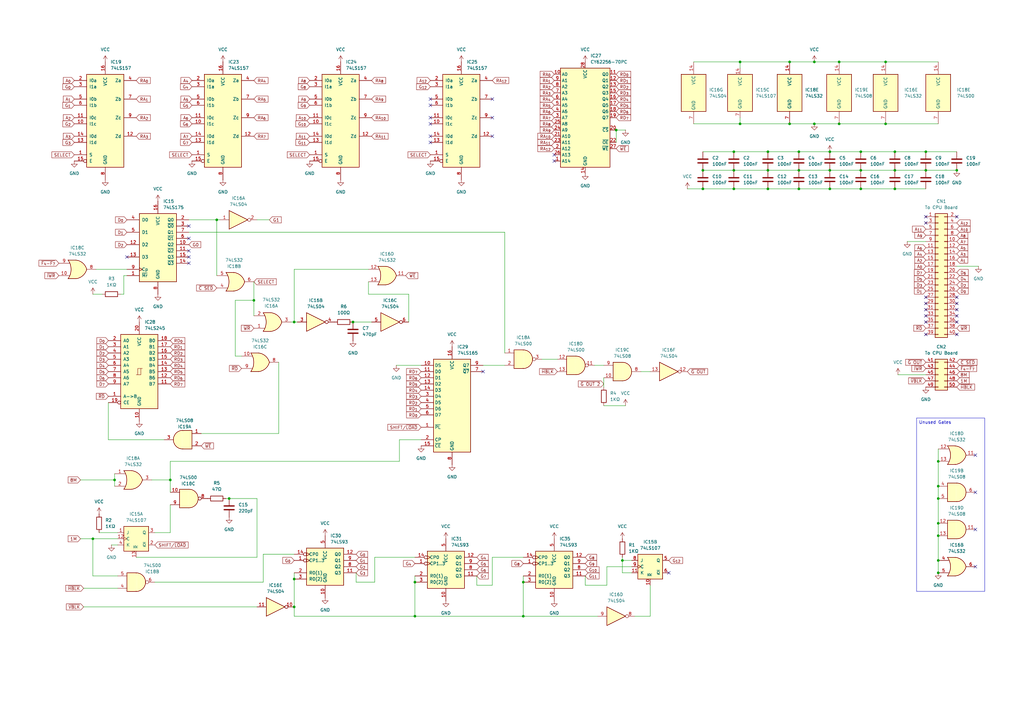
<source format=kicad_sch>
(kicad_sch (version 20250114) (generator "eeschema") (generator_version "9.0")
  (paper "A3")
  (title_block (title "Sharp MZ-80B Graphic RAM (1) Circuit") (date "15/FEB/2026") (rev "A") (company "Brett Hallen") (comment 4 "Redrawn from Service Manual"))
  (text_box "Unused Gates" (at 375.92 171.45 0) (size 27.94 71.12) (margins 0.9525 0.9525 0.9525 0.9525) (effects (font (size 1.27 1.27)) (justify left top)))
  (junction (at 38.1 220.98))
  (junction (at 363.22 25.4))
  (junction (at 367.03 69.85))
  (junction (at 344.17 50.8))
  (junction (at 170.18 252.73))
  (junction (at 104.14 123.19))
  (junction (at 323.85 50.8))
  (junction (at 300.99 77.47))
  (junction (at 314.96 77.47))
  (junction (at 93.98 204.47))
  (junction (at 327.66 77.47))
  (junction (at 344.17 25.4))
  (junction (at 367.03 62.23))
  (junction (at 334.01 50.8))
  (junction (at 384.81 189.23))
  (junction (at 340.36 69.85))
  (junction (at 300.99 62.23))
  (junction (at 340.36 62.23))
  (junction (at 303.53 50.8))
  (junction (at 144.78 132.08))
  (junction (at 120.65 132.08))
  (junction (at 340.36 77.47))
  (junction (at 384.81 204.47))
  (junction (at 170.18 238.76))
  (junction (at 314.96 69.85))
  (junction (at 353.06 77.47))
  (junction (at 314.96 62.23))
  (junction (at 88.9 90.17))
  (junction (at 252.73 53.34))
  (junction (at 255.27 229.87))
  (junction (at 384.81 234.95))
  (junction (at 384.81 229.87))
  (junction (at 120.65 237.49))
  (junction (at 46.99 196.85))
  (junction (at 384.81 199.39))
  (junction (at 323.85 25.4))
  (junction (at 367.03 77.47))
  (junction (at 69.85 196.85))
  (junction (at 327.66 62.23))
  (junction (at 379.73 69.85))
  (junction (at 353.06 62.23))
  (junction (at 303.53 25.4))
  (junction (at 384.81 214.63))
  (junction (at 120.65 248.92))
  (junction (at 288.29 69.85))
  (junction (at 214.63 252.73))
  (junction (at 300.99 69.85))
  (junction (at 327.66 69.85))
  (junction (at 392.43 69.85))
  (junction (at 379.73 62.23))
  (junction (at 214.63 238.76))
  (junction (at 353.06 69.85))
  (junction (at 363.22 50.8))
  (junction (at 334.01 25.4))
  (junction (at 384.81 219.71))
  (junction (at 288.29 77.47))
  (no_connect (at 392.43 88.9))
  (no_connect (at 379.73 129.54))
  (no_connect (at 392.43 121.92))
  (no_connect (at 400.05 232.41))
  (no_connect (at 176.53 43.18))
  (no_connect (at 379.73 121.92))
  (no_connect (at 77.47 105.41))
  (no_connect (at 176.53 58.42))
  (no_connect (at 379.73 127))
  (no_connect (at 52.07 105.41))
  (no_connect (at 77.47 107.95))
  (no_connect (at 379.73 137.16))
  (no_connect (at 176.53 55.88))
  (no_connect (at 227.33 63.5))
  (no_connect (at 201.93 48.26))
  (no_connect (at 392.43 127))
  (no_connect (at 400.05 201.93))
  (no_connect (at 201.93 40.64))
  (no_connect (at 400.05 217.17))
  (no_connect (at 400.05 186.69))
  (no_connect (at 227.33 66.04))
  (no_connect (at 379.73 132.08))
  (no_connect (at 274.32 234.95))
  (no_connect (at 392.43 137.16))
  (no_connect (at 379.73 91.44))
  (no_connect (at 77.47 92.71))
  (no_connect (at 198.12 152.4))
  (no_connect (at 176.53 40.64))
  (no_connect (at 176.53 50.8))
  (no_connect (at 392.43 124.46))
  (no_connect (at 392.43 132.08))
  (no_connect (at 176.53 48.26))
  (no_connect (at 379.73 88.9))
  (no_connect (at 77.47 97.79))
  (no_connect (at 77.47 102.87))
  (no_connect (at 392.43 129.54))
  (no_connect (at 379.73 124.46))
  (no_connect (at 201.93 55.88))
  (wire (pts (xy 170.18 236.22) (xy 170.18 238.76)))
  (wire (pts (xy 214.63 252.73) (xy 245.11 252.73)))
  (wire (pts (xy 334.01 25.4) (xy 344.17 25.4)))
  (wire (pts (xy 151.13 115.57) (xy 151.13 120.65)))
  (wire (pts (xy 379.73 62.23) (xy 392.43 62.23)))
  (wire (pts (xy 367.03 77.47) (xy 379.73 77.47)))
  (wire (pts (xy 353.06 62.23) (xy 367.03 62.23)))
  (wire (pts (xy 69.85 207.01) (xy 69.85 218.44)))
  (wire (pts (xy 340.36 77.47) (xy 353.06 77.47)))
  (wire (pts (xy 327.66 77.47) (xy 340.36 77.47)))
  (wire (pts (xy 34.29 248.92) (xy 105.41 248.92)))
  (wire (pts (xy 163.83 189.23) (xy 163.83 180.34)))
  (wire (pts (xy 284.48 25.4) (xy 303.53 25.4)))
  (wire (pts (xy 38.1 236.22) (xy 38.1 220.98)))
  (wire (pts (xy 384.81 184.15) (xy 384.81 189.23)))
  (wire (pts (xy 392.43 109.22) (xy 401.32 109.22)))
  (wire (pts (xy 120.65 132.08) (xy 119.38 132.08)))
  (wire (pts (xy 340.36 69.85) (xy 353.06 69.85)))
  (wire (pts (xy 96.52 123.19) (xy 104.14 123.19)))
  (wire (pts (xy 153.67 228.6) (xy 170.18 228.6)))
  (wire (pts (xy 334.01 50.8) (xy 344.17 50.8)))
  (wire (pts (xy 323.85 50.8) (xy 334.01 50.8)))
  (wire (pts (xy 44.45 180.34) (xy 67.31 180.34)))
  (wire (pts (xy 50.8 120.65) (xy 50.8 113.03)))
  (wire (pts (xy 69.85 196.85) (xy 69.85 189.23)))
  (wire (pts (xy 153.67 238.76) (xy 153.67 228.6)))
  (wire (pts (xy 48.26 236.22) (xy 38.1 236.22)))
  (wire (pts (xy 33.02 196.85) (xy 46.99 196.85)))
  (wire (pts (xy 93.98 204.47) (xy 92.71 204.47)))
  (wire (pts (xy 384.81 229.87) (xy 384.81 234.95)))
  (wire (pts (xy 255.27 228.6) (xy 255.27 229.87)))
  (wire (pts (xy 99.06 146.05) (xy 96.52 146.05)))
  (wire (pts (xy 146.05 238.76) (xy 153.67 238.76)))
  (wire (pts (xy 363.22 50.8) (xy 384.81 50.8)))
  (wire (pts (xy 114.3 177.8) (xy 82.55 177.8)))
  (wire (pts (xy 120.65 234.95) (xy 120.65 237.49)))
  (wire (pts (xy 379.73 153.67) (xy 368.3 153.67)))
  (wire (pts (xy 170.18 252.73) (xy 120.65 252.73)))
  (wire (pts (xy 214.63 228.6) (xy 201.93 228.6)))
  (wire (pts (xy 281.94 77.47) (xy 288.29 77.47)))
  (wire (pts (xy 201.93 240.03) (xy 195.58 240.03)))
  (wire (pts (xy 207.01 95.25) (xy 207.01 144.78)))
  (wire (pts (xy 163.83 180.34) (xy 172.72 180.34)))
  (wire (pts (xy 327.66 69.85) (xy 340.36 69.85)))
  (wire (pts (xy 104.14 115.57) (xy 104.14 123.19)))
  (wire (pts (xy 34.29 241.3) (xy 48.26 241.3)))
  (wire (pts (xy 104.14 123.19) (xy 104.14 129.54)))
  (wire (pts (xy 46.99 196.85) (xy 46.99 199.39)))
  (wire (pts (xy 167.64 120.65) (xy 167.64 132.08)))
  (wire (pts (xy 248.92 232.41) (xy 248.92 240.03)))
  (wire (pts (xy 69.85 189.23) (xy 163.83 189.23)))
  (wire (pts (xy 260.35 252.73) (xy 266.7 252.73)))
  (wire (pts (xy 44.45 165.1) (xy 44.45 180.34)))
  (wire (pts (xy 367.03 62.23) (xy 379.73 62.23)))
  (wire (pts (xy 228.6 147.32) (xy 222.25 147.32)))
  (wire (pts (xy 39.37 110.49) (xy 52.07 110.49)))
  (wire (pts (xy 120.65 227.33) (xy 107.95 227.33)))
  (wire (pts (xy 151.13 120.65) (xy 167.64 120.65)))
  (wire (pts (xy 120.65 252.73) (xy 120.65 248.92)))
  (wire (pts (xy 284.48 50.8) (xy 303.53 50.8)))
  (wire (pts (xy 372.11 99.06) (xy 379.73 99.06)))
  (wire (pts (xy 259.08 232.41) (xy 248.92 232.41)))
  (wire (pts (xy 379.73 69.85) (xy 392.43 69.85)))
  (wire (pts (xy 300.99 77.47) (xy 314.96 77.47)))
  (wire (pts (xy 88.9 90.17) (xy 77.47 90.17)))
  (wire (pts (xy 50.8 113.03) (xy 52.07 113.03)))
  (wire (pts (xy 252.73 53.34) (xy 252.73 58.42)))
  (wire (pts (xy 170.18 252.73) (xy 214.63 252.73)))
  (wire (pts (xy 69.85 196.85) (xy 62.23 196.85)))
  (wire (pts (xy 105.41 228.6) (xy 105.41 204.47)))
  (wire (pts (xy 288.29 69.85) (xy 300.99 69.85)))
  (wire (pts (xy 303.53 25.4) (xy 323.85 25.4)))
  (wire (pts (xy 252.73 53.34) (xy 256.54 53.34)))
  (wire (pts (xy 340.36 62.23) (xy 353.06 62.23)))
  (wire (pts (xy 344.17 25.4) (xy 363.22 25.4)))
  (wire (pts (xy 207.01 149.86) (xy 198.12 149.86)))
  (wire (pts (xy 107.95 238.76) (xy 63.5 238.76)))
  (wire (pts (xy 33.02 220.98) (xy 38.1 220.98)))
  (wire (pts (xy 214.63 238.76) (xy 214.63 252.73)))
  (wire (pts (xy 152.4 132.08) (xy 144.78 132.08)))
  (wire (pts (xy 384.81 204.47) (xy 384.81 214.63)))
  (wire (pts (xy 38.1 120.65) (xy 41.91 120.65)))
  (wire (pts (xy 40.64 218.44) (xy 48.26 218.44)))
  (wire (pts (xy 45.72 223.52) (xy 48.26 223.52)))
  (wire (pts (xy 46.99 194.31) (xy 46.99 196.85)))
  (wire (pts (xy 323.85 25.4) (xy 334.01 25.4)))
  (wire (pts (xy 367.03 69.85) (xy 379.73 69.85)))
  (wire (pts (xy 255.27 229.87) (xy 259.08 229.87)))
  (wire (pts (xy 363.22 25.4) (xy 384.81 25.4)))
  (wire (pts (xy 353.06 69.85) (xy 367.03 69.85)))
  (wire (pts (xy 69.85 218.44) (xy 63.5 218.44)))
  (wire (pts (xy 96.52 146.05) (xy 96.52 123.19)))
  (wire (pts (xy 303.53 25.4) (xy 303.53 27.94)))
  (wire (pts (xy 247.65 158.75) (xy 247.65 154.94)))
  (wire (pts (xy 77.47 95.25) (xy 207.01 95.25)))
  (wire (pts (xy 105.41 204.47) (xy 93.98 204.47)))
  (wire (pts (xy 303.53 50.8) (xy 323.85 50.8)))
  (wire (pts (xy 49.53 120.65) (xy 50.8 120.65)))
  (wire (pts (xy 247.65 166.37) (xy 256.54 166.37)))
  (wire (pts (xy 146.05 234.95) (xy 146.05 238.76)))
  (wire (pts (xy 121.92 132.08) (xy 120.65 132.08)))
  (wire (pts (xy 384.81 214.63) (xy 384.81 219.71)))
  (wire (pts (xy 247.65 149.86) (xy 243.84 149.86)))
  (wire (pts (xy 151.13 110.49) (xy 120.65 110.49)))
  (wire (pts (xy 384.81 219.71) (xy 384.81 229.87)))
  (wire (pts (xy 170.18 238.76) (xy 170.18 252.73)))
  (wire (pts (xy 69.85 201.93) (xy 69.85 196.85)))
  (wire (pts (xy 107.95 227.33) (xy 107.95 238.76)))
  (wire (pts (xy 314.96 69.85) (xy 327.66 69.85)))
  (wire (pts (xy 266.7 152.4) (xy 262.89 152.4)))
  (wire (pts (xy 55.88 228.6) (xy 105.41 228.6)))
  (wire (pts (xy 114.3 148.59) (xy 114.3 177.8)))
  (wire (pts (xy 384.81 189.23) (xy 384.81 199.39)))
  (wire (pts (xy 195.58 240.03) (xy 195.58 236.22)))
  (wire (pts (xy 110.49 90.17) (xy 105.41 90.17)))
  (wire (pts (xy 240.03 240.03) (xy 240.03 236.22)))
  (wire (pts (xy 201.93 228.6) (xy 201.93 240.03)))
  (wire (pts (xy 303.53 48.26) (xy 303.53 50.8)))
  (wire (pts (xy 266.7 240.03) (xy 266.7 252.73)))
  (wire (pts (xy 288.29 62.23) (xy 300.99 62.23)))
  (wire (pts (xy 120.65 110.49) (xy 120.65 132.08)))
  (wire (pts (xy 344.17 50.8) (xy 363.22 50.8)))
  (wire (pts (xy 88.9 90.17) (xy 88.9 113.03)))
  (wire (pts (xy 384.81 199.39) (xy 384.81 204.47)))
  (wire (pts (xy 353.06 77.47) (xy 367.03 77.47)))
  (wire (pts (xy 38.1 220.98) (xy 48.26 220.98)))
  (wire (pts (xy 90.17 90.17) (xy 88.9 90.17)))
  (wire (pts (xy 327.66 62.23) (xy 340.36 62.23)))
  (wire (pts (xy 288.29 77.47) (xy 300.99 77.47)))
  (wire (pts (xy 120.65 237.49) (xy 120.65 248.92)))
  (wire (pts (xy 255.27 234.95) (xy 255.27 229.87)))
  (wire (pts (xy 259.08 234.95) (xy 255.27 234.95)))
  (wire (pts (xy 314.96 77.47) (xy 327.66 77.47)))
  (wire (pts (xy 300.99 69.85) (xy 314.96 69.85)))
  (wire (pts (xy 300.99 62.23) (xy 314.96 62.23)))
  (wire (pts (xy 314.96 62.23) (xy 327.66 62.23)))
  (wire (pts (xy 162.56 149.86) (xy 172.72 149.86)))
  (wire (pts (xy 248.92 240.03) (xy 240.03 240.03)))
  (wire (pts (xy 214.63 236.22) (xy 214.63 238.76)))
  (global_label "SHIFT{slash}~{LOAD}" (shape input) (at 172.72 175.26 180) (property "Intersheetrefs" "${INTERSHEET_REFS}" (effects (hide yes))))
  (global_label "G_{11}" (shape input) (at 127 58.42 180) (property "Intersheetrefs" "${INTERSHEET_REFS}" (effects (hide yes))))
  (global_label "G_{4}" (shape input) (at 78.74 35.56 180) (property "Intersheetrefs" "${INTERSHEET_REFS}" (effects (hide yes))))
  (global_label "D_{4}" (shape input) (at 392.43 114.3 0) (property "Intersheetrefs" "${INTERSHEET_REFS}" (effects (hide yes))))
  (global_label "A_{8}" (shape input) (at 127 33.02 180) (property "Intersheetrefs" "${INTERSHEET_REFS}" (effects (hide yes))))
  (global_label "D_{0}" (shape input) (at 52.07 90.17 180) (property "Intersheetrefs" "${INTERSHEET_REFS}" (effects (hide yes))))
  (global_label "G_{7}" (shape input) (at 195.58 236.22 0) (property "Intersheetrefs" "${INTERSHEET_REFS}" (effects (hide yes))))
  (global_label "RA_{8}" (shape input) (at 227.33 50.8 180) (property "Intersheetrefs" "${INTERSHEET_REFS}" (effects (hide yes))))
  (global_label "G_{8}" (shape input) (at 240.03 228.6 0) (property "Intersheetrefs" "${INTERSHEET_REFS}" (effects (hide yes))))
  (global_label "RD_{1}" (shape input) (at 172.72 167.64 180) (property "Intersheetrefs" "${INTERSHEET_REFS}" (effects (hide yes))))
  (global_label "RD_{6}" (shape input) (at 69.85 154.94 0) (property "Intersheetrefs" "${INTERSHEET_REFS}" (effects (hide yes))))
  (global_label "~{C SED}" (shape input) (at 88.9 118.11 180) (property "Intersheetrefs" "${INTERSHEET_REFS}" (effects (hide yes))))
  (global_label "~{WR}" (shape input) (at 104.14 134.62 180) (property "Intersheetrefs" "${INTERSHEET_REFS}" (effects (hide yes))))
  (global_label "~{WE}" (shape input) (at 252.73 60.96 0) (property "Intersheetrefs" "${INTERSHEET_REFS}" (effects (hide yes))))
  (global_label "G_{8}" (shape input) (at 127 35.56 180) (property "Intersheetrefs" "${INTERSHEET_REFS}" (effects (hide yes))))
  (global_label "G_{4}" (shape input) (at 170.18 231.14 180) (property "Intersheetrefs" "${INTERSHEET_REFS}" (effects (hide yes))))
  (global_label "A_{3}" (shape input) (at 30.48 55.88 180) (property "Intersheetrefs" "${INTERSHEET_REFS}" (effects (hide yes))))
  (global_label "RD_{4}" (shape input) (at 69.85 149.86 0) (property "Intersheetrefs" "${INTERSHEET_REFS}" (effects (hide yes))))
  (global_label "RD_{1}" (shape input) (at 69.85 142.24 0) (property "Intersheetrefs" "${INTERSHEET_REFS}" (effects (hide yes))))
  (global_label "RA_{4}" (shape input) (at 227.33 40.64 180) (property "Intersheetrefs" "${INTERSHEET_REFS}" (effects (hide yes))))
  (global_label "RD_{3}" (shape input) (at 172.72 162.56 180) (property "Intersheetrefs" "${INTERSHEET_REFS}" (effects (hide yes))))
  (global_label "G_{6}" (shape input) (at 78.74 50.8 180) (property "Intersheetrefs" "${INTERSHEET_REFS}" (effects (hide yes))))
  (global_label "G_{7}" (shape input) (at 78.74 58.42 180) (property "Intersheetrefs" "${INTERSHEET_REFS}" (effects (hide yes))))
  (global_label "A_{0}" (shape input) (at 30.48 33.02 180) (property "Intersheetrefs" "${INTERSHEET_REFS}" (effects (hide yes))))
  (global_label "RA_{3}" (shape input) (at 227.33 38.1 180) (property "Intersheetrefs" "${INTERSHEET_REFS}" (effects (hide yes))))
  (global_label "SELECT" (shape input) (at 104.14 115.57 0) (property "Intersheetrefs" "${INTERSHEET_REFS}" (effects (hide yes))))
  (global_label "D_{1}" (shape input) (at 52.07 95.25 180) (property "Intersheetrefs" "${INTERSHEET_REFS}" (effects (hide yes))))
  (global_label "A_{9}" (shape input) (at 379.73 96.52 180) (property "Intersheetrefs" "${INTERSHEET_REFS}" (effects (hide yes))))
  (global_label "~{VBLK}" (shape input) (at 34.29 248.92 180) (property "Intersheetrefs" "${INTERSHEET_REFS}" (effects (hide yes))))
  (global_label "D_{2}" (shape input) (at 52.07 100.33 180) (property "Intersheetrefs" "${INTERSHEET_REFS}" (effects (hide yes))))
  (global_label "D_{2}" (shape input) (at 392.43 116.84 0) (property "Intersheetrefs" "${INTERSHEET_REFS}" (effects (hide yes))))
  (global_label "G_{0}" (shape input) (at 146.05 227.33 0) (property "Intersheetrefs" "${INTERSHEET_REFS}" (effects (hide yes))))
  (global_label "D_{6}" (shape input) (at 44.45 154.94 180) (property "Intersheetrefs" "${INTERSHEET_REFS}" (effects (hide yes))))
  (global_label "RD_{4}" (shape input) (at 172.72 160.02 180) (property "Intersheetrefs" "${INTERSHEET_REFS}" (effects (hide yes))))
  (global_label "G1" (shape input) (at 110.49 90.17 0) (property "Intersheetrefs" "${INTERSHEET_REFS}" (effects (hide yes))))
  (global_label "A_{6}" (shape input) (at 379.73 101.6 180) (property "Intersheetrefs" "${INTERSHEET_REFS}" (effects (hide yes))))
  (global_label "G_{2}" (shape input) (at 146.05 232.41 0) (property "Intersheetrefs" "${INTERSHEET_REFS}" (effects (hide yes))))
  (global_label "D_{1}" (shape input) (at 379.73 119.38 180) (property "Intersheetrefs" "${INTERSHEET_REFS}" (effects (hide yes))))
  (global_label "RA_{12}" (shape input) (at 201.93 33.02 0) (property "Intersheetrefs" "${INTERSHEET_REFS}" (effects (hide yes))))
  (global_label "A_{10}" (shape input) (at 127 48.26 180) (property "Intersheetrefs" "${INTERSHEET_REFS}" (effects (hide yes))))
  (global_label "D_{1}" (shape input) (at 44.45 142.24 180) (property "Intersheetrefs" "${INTERSHEET_REFS}" (effects (hide yes))))
  (global_label "SHIFT{slash}~{LOAD}" (shape input) (at 63.5 223.52 0) (property "Intersheetrefs" "${INTERSHEET_REFS}" (effects (hide yes))))
  (global_label "A_{4}" (shape input) (at 78.74 33.02 180) (property "Intersheetrefs" "${INTERSHEET_REFS}" (effects (hide yes))))
  (global_label "RA_{6}" (shape input) (at 104.14 48.26 0) (property "Intersheetrefs" "${INTERSHEET_REFS}" (effects (hide yes))))
  (global_label "8M" (shape input) (at 392.43 153.67 0) (property "Intersheetrefs" "${INTERSHEET_REFS}" (effects (hide yes))))
  (global_label "D_{0}" (shape input) (at 44.45 139.7 180) (property "Intersheetrefs" "${INTERSHEET_REFS}" (effects (hide yes))))
  (global_label "RD_{0}" (shape input) (at 252.73 30.48 0) (property "Intersheetrefs" "${INTERSHEET_REFS}" (effects (hide yes))))
  (global_label "RD_{7}" (shape input) (at 69.85 157.48 0) (property "Intersheetrefs" "${INTERSHEET_REFS}" (effects (hide yes))))
  (global_label "D_{0}" (shape input) (at 392.43 119.38 0) (property "Intersheetrefs" "${INTERSHEET_REFS}" (effects (hide yes))))
  (global_label "RA_{6}" (shape input) (at 227.33 45.72 180) (property "Intersheetrefs" "${INTERSHEET_REFS}" (effects (hide yes))))
  (global_label "RA_{11}" (shape input) (at 152.4 55.88 0) (property "Intersheetrefs" "${INTERSHEET_REFS}" (effects (hide yes))))
  (global_label "G_{12}" (shape input) (at 274.32 229.87 0) (property "Intersheetrefs" "${INTERSHEET_REFS}" (effects (hide yes))))
  (global_label "~{WE}" (shape input) (at 82.55 182.88 0) (property "Intersheetrefs" "${INTERSHEET_REFS}" (effects (hide yes))))
  (global_label "G_{5}" (shape input) (at 78.74 43.18 180) (property "Intersheetrefs" "${INTERSHEET_REFS}" (effects (hide yes))))
  (global_label "A_{5}" (shape input) (at 392.43 101.6 0) (property "Intersheetrefs" "${INTERSHEET_REFS}" (effects (hide yes))))
  (global_label "A_{1}" (shape input) (at 392.43 106.68 0) (property "Intersheetrefs" "${INTERSHEET_REFS}" (effects (hide yes))))
  (global_label "D_{6}" (shape input) (at 392.43 111.76 0) (property "Intersheetrefs" "${INTERSHEET_REFS}" (effects (hide yes))))
  (global_label "RD_{2}" (shape input) (at 172.72 165.1 180) (property "Intersheetrefs" "${INTERSHEET_REFS}" (effects (hide yes))))
  (global_label "1M" (shape input) (at 33.02 220.98 180) (property "Intersheetrefs" "${INTERSHEET_REFS}" (effects (hide yes))))
  (global_label "G_{10}" (shape input) (at 240.03 233.68 0) (property "Intersheetrefs" "${INTERSHEET_REFS}" (effects (hide yes))))
  (global_label "G_{9}" (shape input) (at 240.03 231.14 0) (property "Intersheetrefs" "${INTERSHEET_REFS}" (effects (hide yes))))
  (global_label "RA_{7}" (shape input) (at 227.33 48.26 180) (property "Intersheetrefs" "${INTERSHEET_REFS}" (effects (hide yes))))
  (global_label "D_{5}" (shape input) (at 44.45 152.4 180) (property "Intersheetrefs" "${INTERSHEET_REFS}" (effects (hide yes))))
  (global_label "RD_{7}" (shape input) (at 252.73 48.26 0) (property "Intersheetrefs" "${INTERSHEET_REFS}" (effects (hide yes))))
  (global_label "RD_{4}" (shape input) (at 252.73 40.64 0) (property "Intersheetrefs" "${INTERSHEET_REFS}" (effects (hide yes))))
  (global_label "SELECT" (shape input) (at 30.48 63.5 180) (property "Intersheetrefs" "${INTERSHEET_REFS}" (effects (hide yes))))
  (global_label "RA_{10}" (shape input) (at 227.33 55.88 180) (property "Intersheetrefs" "${INTERSHEET_REFS}" (effects (hide yes))))
  (global_label "RD_{5}" (shape input) (at 252.73 43.18 0) (property "Intersheetrefs" "${INTERSHEET_REFS}" (effects (hide yes))))
  (global_label "G_{3}" (shape input) (at 30.48 58.42 180) (property "Intersheetrefs" "${INTERSHEET_REFS}" (effects (hide yes))))
  (global_label "G_{1}" (shape input) (at 146.05 229.87 0) (property "Intersheetrefs" "${INTERSHEET_REFS}" (effects (hide yes))))
  (global_label "A_{1}" (shape input) (at 30.48 40.64 180) (property "Intersheetrefs" "${INTERSHEET_REFS}" (effects (hide yes))))
  (global_label "D_{4}" (shape input) (at 44.45 149.86 180) (property "Intersheetrefs" "${INTERSHEET_REFS}" (effects (hide yes))))
  (global_label "G_{11}" (shape input) (at 240.03 236.22 0) (property "Intersheetrefs" "${INTERSHEET_REFS}" (effects (hide yes))))
  (global_label "G0" (shape input) (at 77.47 100.33 0) (property "Intersheetrefs" "${INTERSHEET_REFS}" (effects (hide yes))))
  (global_label "~{G OUT 2}" (shape input) (at 247.65 157.48 180) (property "Intersheetrefs" "${INTERSHEET_REFS}" (effects (hide yes))))
  (global_label "RA_{9}" (shape input) (at 152.4 40.64 0) (property "Intersheetrefs" "${INTERSHEET_REFS}" (effects (hide yes))))
  (global_label "D_{3}" (shape input) (at 44.45 147.32 180) (property "Intersheetrefs" "${INTERSHEET_REFS}" (effects (hide yes))))
  (global_label "RA_{3}" (shape input) (at 55.88 55.88 0) (property "Intersheetrefs" "${INTERSHEET_REFS}" (effects (hide yes))))
  (global_label "A_{11}" (shape input) (at 127 55.88 180) (property "Intersheetrefs" "${INTERSHEET_REFS}" (effects (hide yes))))
  (global_label "RA_{5}" (shape input) (at 227.33 43.18 180) (property "Intersheetrefs" "${INTERSHEET_REFS}" (effects (hide yes))))
  (global_label "RA_{12}" (shape input) (at 227.33 60.96 180) (property "Intersheetrefs" "${INTERSHEET_REFS}" (effects (hide yes))))
  (global_label "~{VBLK}" (shape input) (at 379.73 156.21 180) (property "Intersheetrefs" "${INTERSHEET_REFS}" (effects (hide yes))))
  (global_label "D_{3}" (shape input) (at 379.73 116.84 180) (property "Intersheetrefs" "${INTERSHEET_REFS}" (effects (hide yes))))
  (global_label "SELECT" (shape input) (at 127 63.5 180) (property "Intersheetrefs" "${INTERSHEET_REFS}" (effects (hide yes))))
  (global_label "G_{0}" (shape input) (at 120.65 229.87 180) (property "Intersheetrefs" "${INTERSHEET_REFS}" (effects (hide yes))))
  (global_label "A_{6}" (shape input) (at 78.74 48.26 180) (property "Intersheetrefs" "${INTERSHEET_REFS}" (effects (hide yes))))
  (global_label "~{C SED}" (shape input) (at 392.43 148.59 0) (property "Intersheetrefs" "${INTERSHEET_REFS}" (effects (hide yes))))
  (global_label "G_{10}" (shape input) (at 127 50.8 180) (property "Intersheetrefs" "${INTERSHEET_REFS}" (effects (hide yes))))
  (global_label "RA_{0}" (shape input) (at 55.88 33.02 0) (property "Intersheetrefs" "${INTERSHEET_REFS}" (effects (hide yes))))
  (global_label "RD_{7}" (shape input) (at 172.72 152.4 180) (property "Intersheetrefs" "${INTERSHEET_REFS}" (effects (hide yes))))
  (global_label "G_{12}" (shape input) (at 176.53 35.56 180) (property "Intersheetrefs" "${INTERSHEET_REFS}" (effects (hide yes))))
  (global_label "D_{7}" (shape input) (at 44.45 157.48 180) (property "Intersheetrefs" "${INTERSHEET_REFS}" (effects (hide yes))))
  (global_label "~{RD}" (shape input) (at 99.06 151.13 180) (property "Intersheetrefs" "${INTERSHEET_REFS}" (effects (hide yes))))
  (global_label "A_{7}" (shape input) (at 78.74 55.88 180) (property "Intersheetrefs" "${INTERSHEET_REFS}" (effects (hide yes))))
  (global_label "RA_{10}" (shape input) (at 152.4 48.26 0) (property "Intersheetrefs" "${INTERSHEET_REFS}" (effects (hide yes))))
  (global_label "G_{6}" (shape input) (at 195.58 233.68 0) (property "Intersheetrefs" "${INTERSHEET_REFS}" (effects (hide yes))))
  (global_label "SELECT" (shape input) (at 176.53 63.5 180) (property "Intersheetrefs" "${INTERSHEET_REFS}" (effects (hide yes))))
  (global_label "RD_{1}" (shape input) (at 252.73 33.02 0) (property "Intersheetrefs" "${INTERSHEET_REFS}" (effects (hide yes))))
  (global_label "RD_{6}" (shape input) (at 252.73 45.72 0) (property "Intersheetrefs" "${INTERSHEET_REFS}" (effects (hide yes))))
  (global_label "RA_{0}" (shape input) (at 227.33 30.48 180) (property "Intersheetrefs" "${INTERSHEET_REFS}" (effects (hide yes))))
  (global_label "~{HBLK}" (shape input) (at 34.29 241.3 180) (property "Intersheetrefs" "${INTERSHEET_REFS}" (effects (hide yes))))
  (global_label "RA_{11}" (shape input) (at 227.33 58.42 180) (property "Intersheetrefs" "${INTERSHEET_REFS}" (effects (hide yes))))
  (global_label "RD_{2}" (shape input) (at 69.85 144.78 0) (property "Intersheetrefs" "${INTERSHEET_REFS}" (effects (hide yes))))
  (global_label "G_{0}" (shape input) (at 30.48 35.56 180) (property "Intersheetrefs" "${INTERSHEET_REFS}" (effects (hide yes))))
  (global_label "A_{0}" (shape input) (at 379.73 109.22 180) (property "Intersheetrefs" "${INTERSHEET_REFS}" (effects (hide yes))))
  (global_label "~{WR}" (shape input) (at 392.43 134.62 0) (property "Intersheetrefs" "${INTERSHEET_REFS}" (effects (hide yes))))
  (global_label "A_{10}" (shape input) (at 392.43 93.98 0) (property "Intersheetrefs" "${INTERSHEET_REFS}" (effects (hide yes))))
  (global_label "8M" (shape input) (at 33.02 196.85 180) (property "Intersheetrefs" "${INTERSHEET_REFS}" (effects (hide yes))))
  (global_label "A_{11}" (shape input) (at 379.73 93.98 180) (property "Intersheetrefs" "${INTERSHEET_REFS}" (effects (hide yes))))
  (global_label "~{IWR}" (shape input) (at 379.73 151.13 180) (property "Intersheetrefs" "${INTERSHEET_REFS}" (effects (hide yes))))
  (global_label "~{RD}" (shape input) (at 44.45 162.56 180) (property "Intersheetrefs" "${INTERSHEET_REFS}" (effects (hide yes))))
  (global_label "A_{4}" (shape input) (at 379.73 104.14 180) (property "Intersheetrefs" "${INTERSHEET_REFS}" (effects (hide yes))))
  (global_label "RD_{5}" (shape input) (at 69.85 152.4 0) (property "Intersheetrefs" "${INTERSHEET_REFS}" (effects (hide yes))))
  (global_label "~{F_{4}-F_{7}}" (shape input) (at 24.13 107.95 180) (property "Intersheetrefs" "${INTERSHEET_REFS}" (effects (hide yes))))
  (global_label "A_{9}" (shape input) (at 127 40.64 180) (property "Intersheetrefs" "${INTERSHEET_REFS}" (effects (hide yes))))
  (global_label "A_{2}" (shape input) (at 379.73 106.68 180) (property "Intersheetrefs" "${INTERSHEET_REFS}" (effects (hide yes))))
  (global_label "A_{12}" (shape input) (at 392.43 91.44 0) (property "Intersheetrefs" "${INTERSHEET_REFS}" (effects (hide yes))))
  (global_label "A_{8}" (shape input) (at 392.43 96.52 0) (property "Intersheetrefs" "${INTERSHEET_REFS}" (effects (hide yes))))
  (global_label "G_{1}" (shape input) (at 30.48 43.18 180) (property "Intersheetrefs" "${INTERSHEET_REFS}" (effects (hide yes))))
  (global_label "RD_{0}" (shape input) (at 69.85 139.7 0) (property "Intersheetrefs" "${INTERSHEET_REFS}" (effects (hide yes))))
  (global_label "A_{2}" (shape input) (at 30.48 48.26 180) (property "Intersheetrefs" "${INTERSHEET_REFS}" (effects (hide yes))))
  (global_label "RD_{6}" (shape input) (at 172.72 154.94 180) (property "Intersheetrefs" "${INTERSHEET_REFS}" (effects (hide yes))))
  (global_label "RA_{4}" (shape input) (at 104.14 33.02 0) (property "Intersheetrefs" "${INTERSHEET_REFS}" (effects (hide yes))))
  (global_label "G_{5}" (shape input) (at 195.58 231.14 0) (property "Intersheetrefs" "${INTERSHEET_REFS}" (effects (hide yes))))
  (global_label "D_{5}" (shape input) (at 379.73 114.3 180) (property "Intersheetrefs" "${INTERSHEET_REFS}" (effects (hide yes))))
  (global_label "G_{8}" (shape input) (at 214.63 231.14 180) (property "Intersheetrefs" "${INTERSHEET_REFS}" (effects (hide yes))))
  (global_label "~{F_{4}-F_{7}}" (shape input) (at 392.43 151.13 0) (property "Intersheetrefs" "${INTERSHEET_REFS}" (effects (hide yes))))
  (global_label "1M" (shape input) (at 392.43 156.21 0) (property "Intersheetrefs" "${INTERSHEET_REFS}" (effects (hide yes))))
  (global_label "G_{4}" (shape input) (at 195.58 228.6 0) (property "Intersheetrefs" "${INTERSHEET_REFS}" (effects (hide yes))))
  (global_label "RD_{0}" (shape input) (at 172.72 170.18 180) (property "Intersheetrefs" "${INTERSHEET_REFS}" (effects (hide yes))))
  (global_label "~{WE}" (shape input) (at 166.37 113.03 0) (property "Intersheetrefs" "${INTERSHEET_REFS}" (effects (hide yes))))
  (global_label "~{RD}" (shape input) (at 379.73 134.62 180) (property "Intersheetrefs" "${INTERSHEET_REFS}" (effects (hide yes))))
  (global_label "~{G OUT}" (shape input) (at 379.73 148.59 180) (property "Intersheetrefs" "${INTERSHEET_REFS}" (effects (hide yes))))
  (global_label "A_{12}" (shape input) (at 176.53 33.02 180) (property "Intersheetrefs" "${INTERSHEET_REFS}" (effects (hide yes))))
  (global_label "G_{3}" (shape input) (at 146.05 234.95 0) (property "Intersheetrefs" "${INTERSHEET_REFS}" (effects (hide yes))))
  (global_label "~{HBLK}" (shape input) (at 392.43 158.75 0) (property "Intersheetrefs" "${INTERSHEET_REFS}" (effects (hide yes))))
  (global_label "G_{2}" (shape input) (at 30.48 50.8 180) (property "Intersheetrefs" "${INTERSHEET_REFS}" (effects (hide yes))))
  (global_label "SELECT" (shape input) (at 78.74 63.5 180) (property "Intersheetrefs" "${INTERSHEET_REFS}" (effects (hide yes))))
  (global_label "A_{5}" (shape input) (at 78.74 40.64 180) (property "Intersheetrefs" "${INTERSHEET_REFS}" (effects (hide yes))))
  (global_label "RA_{8}" (shape input) (at 152.4 33.02 0) (property "Intersheetrefs" "${INTERSHEET_REFS}" (effects (hide yes))))
  (global_label "RA_{1}" (shape input) (at 55.88 40.64 0) (property "Intersheetrefs" "${INTERSHEET_REFS}" (effects (hide yes))))
  (global_label "RD_{3}" (shape input) (at 252.73 38.1 0) (property "Intersheetrefs" "${INTERSHEET_REFS}" (effects (hide yes))))
  (global_label "RA_{2}" (shape input) (at 227.33 35.56 180) (property "Intersheetrefs" "${INTERSHEET_REFS}" (effects (hide yes))))
  (global_label "RD_{3}" (shape input) (at 69.85 147.32 0) (property "Intersheetrefs" "${INTERSHEET_REFS}" (effects (hide yes))))
  (global_label "RA_{1}" (shape input) (at 227.33 33.02 180) (property "Intersheetrefs" "${INTERSHEET_REFS}" (effects (hide yes))))
  (global_label "RA_{2}" (shape input) (at 55.88 48.26 0) (property "Intersheetrefs" "${INTERSHEET_REFS}" (effects (hide yes))))
  (global_label "A_{7}" (shape input) (at 392.43 99.06 0) (property "Intersheetrefs" "${INTERSHEET_REFS}" (effects (hide yes))))
  (global_label "D_{7}" (shape input) (at 379.73 111.76 180) (property "Intersheetrefs" "${INTERSHEET_REFS}" (effects (hide yes))))
  (global_label "RA_{7}" (shape input) (at 104.14 55.88 0) (property "Intersheetrefs" "${INTERSHEET_REFS}" (effects (hide yes))))
  (global_label "A_{3}" (shape input) (at 392.43 104.14 0) (property "Intersheetrefs" "${INTERSHEET_REFS}" (effects (hide yes))))
  (global_label "~{G OUT}" (shape input) (at 281.94 152.4 0) (property "Intersheetrefs" "${INTERSHEET_REFS}" (effects (hide yes))))
  (global_label "~{IWR}" (shape input) (at 24.13 113.03 180) (property "Intersheetrefs" "${INTERSHEET_REFS}" (effects (hide yes))))
  (global_label "RA_{9}" (shape input) (at 227.33 53.34 180) (property "Intersheetrefs" "${INTERSHEET_REFS}" (effects (hide yes))))
  (global_label "~{HBLK}" (shape input) (at 228.6 152.4 180) (property "Intersheetrefs" "${INTERSHEET_REFS}" (effects (hide yes))))
  (global_label "RA_{5}" (shape input) (at 104.14 40.64 0) (property "Intersheetrefs" "${INTERSHEET_REFS}" (effects (hide yes))))
  (global_label "G_{9}" (shape input) (at 127 43.18 180) (property "Intersheetrefs" "${INTERSHEET_REFS}" (effects (hide yes))))
  (global_label "RD_{5}" (shape input) (at 172.72 157.48 180) (property "Intersheetrefs" "${INTERSHEET_REFS}" (effects (hide yes))))
  (global_label "RD_{2}" (shape input) (at 252.73 35.56 0) (property "Intersheetrefs" "${INTERSHEET_REFS}" (effects (hide yes))))
  (global_label "D_{2}" (shape input) (at 44.45 144.78 180) (property "Intersheetrefs" "${INTERSHEET_REFS}" (effects (hide yes))))
  (symbol (lib_id "power:GND") (at 334.01 50.8 0) (unit 1)
    (property "Reference" "#PWR0100" (effects (hide yes)))
    (property "Value" "GND" (at 334.01 55.88 0))
    (property "Description" "Power symbol creates a global label with name \"GND\" , ground" (effects (hide yes)))
  )
  (symbol (lib_id "74xx:74LS00") (at 236.22 149.86 0) (unit 4)
    (property "Reference" "IC18" (at 236.2117 140.97 0))
    (property "Value" "74LS00" (at 236.2117 143.51 0))
    (property "Datasheet" "http://www.ti.com/lit/gpn/sn74ls00" (effects (hide yes)))
    (property "Description" "quad 2-input NAND gate" (effects (hide yes)))
  )
  (symbol (lib_id "74xx:74LS107") (at 266.7 232.41 0) (unit 2)
    (property "Reference" "IC15" (at 266.7 222.25 0))
    (property "Value" "74LS107" (at 266.7 224.79 0))
    (property "Datasheet" "http://www.ti.com/lit/gpn/sn74LS107" (effects (hide yes)))
    (property "Description" "Dual JK Flip-Flop, reset" (effects (hide yes)))
  )
  (symbol (lib_id "Device:C") (at 392.43 66.04 0) (unit 1)
    (property "Reference" "C19" (at 396.24 64.7699 0) (effects (justify left)))
    (property "Value" "100nF" (at 396.24 67.3099 0) (effects (justify left)))
    (property "Description" "Unpolarized capacitor" (effects (hide yes)))
  )
  (symbol (lib_id "power:VCC") (at 368.3 153.67 0) (unit 1)
    (property "Reference" "#PWR0123" (effects (hide yes)))
    (property "Value" "VCC" (at 368.3 148.59 0))
    (property "Description" "Power symbol creates a global label with name \"VCC\"" (effects (hide yes)))
  )
  (symbol (lib_id "Device:C") (at 93.98 208.28 0) (unit 1)
    (property "Reference" "C15" (at 97.79 207.0099 0) (effects (justify left)))
    (property "Value" "220pF" (at 97.79 209.5499 0) (effects (justify left)))
    (property "Description" "Unpolarized capacitor" (effects (hide yes)))
  )
  (symbol (lib_id "Device:C") (at 288.29 66.04 0) (unit 1)
    (property "Reference" "C2" (at 292.1 64.7699 0) (effects (justify left)))
    (property "Value" "100nF" (at 292.1 67.3099 0) (effects (justify left)))
    (property "Description" "Unpolarized capacitor" (effects (hide yes)))
  )
  (symbol (lib_id "74xx:74LS04") (at 274.32 152.4 0) (unit 6)
    (property "Reference" "IC16" (at 274.32 143.51 0))
    (property "Value" "74LS04" (at 274.32 146.05 0))
    (property "Datasheet" "http://www.ti.com/lit/gpn/sn74LS04" (effects (hide yes)))
    (property "Description" "Hex Inverter" (effects (hide yes)))
  )
  (symbol (lib_id "power:GND") (at 57.15 172.72 0) (unit 1)
    (property "Reference" "#PWR0126" (effects (hide yes)))
    (property "Value" "GND" (at 57.15 177.8 0))
    (property "Description" "Power symbol creates a global label with name \"GND\" , ground" (effects (hide yes)))
  )
  (symbol (lib_id "74xx:74LS32") (at 392.43 186.69 0) (unit 4)
    (property "Reference" "IC18" (at 392.43 177.8 0))
    (property "Value" "74LS32" (at 392.43 180.34 0))
    (property "Datasheet" "http://www.ti.com/lit/gpn/sn74LS32" (effects (hide yes)))
    (property "Description" "Quad 2-input OR" (effects (hide yes)))
  )
  (symbol (lib_id "74xx:74LS32") (at 31.75 110.49 0) (unit 3)
    (property "Reference" "IC18" (at 31.75 101.6 0))
    (property "Value" "74LS32" (at 31.75 104.14 0))
    (property "Datasheet" "http://www.ti.com/lit/gpn/sn74LS32" (effects (hide yes)))
    (property "Description" "Quad 2-input OR" (effects (hide yes)))
  )
  (symbol (lib_id "power:GND") (at 78.74 66.04 0) (unit 1)
    (property "Reference" "#PWR0104" (effects (hide yes)))
    (property "Value" "GND" (at 78.74 71.12 0))
    (property "Description" "Power symbol creates a global label with name \"GND\" , ground" (effects (hide yes)))
  )
  (symbol (lib_id "Device:R") (at 140.97 132.08 90) (unit 1)
    (property "Reference" "R6" (at 140.97 125.73 90))
    (property "Value" "100Ω" (at 140.97 128.27 90))
    (property "Description" "Resistor" (effects (hide yes)))
  )
  (symbol (lib_id "74xx:74LS93") (at 227.33 233.68 0) (unit 1)
    (property "Reference" "IC35" (at 229.4733 220.98 0) (effects (justify left)))
    (property "Value" "74LS93" (at 229.4733 223.52 0) (effects (justify left)))
    (property "Datasheet" "http://www.ti.com/lit/gpn/sn74LS93" (effects (hide yes)))
    (property "Description" "Divide by 2 & 8 counter" (effects (hide yes)))
  )
  (symbol (lib_id "Device:C") (at 340.36 66.04 0) (unit 1)
    (property "Reference" "C5" (at 344.17 64.7699 0) (effects (justify left)))
    (property "Value" "100nF" (at 344.17 67.3099 0) (effects (justify left)))
    (property "Description" "Unpolarized capacitor" (effects (hide yes)))
  )
  (symbol (lib_id "power:GND") (at 172.72 182.88 0) (unit 1)
    (property "Reference" "#PWR0127" (effects (hide yes)))
    (property "Value" "GND" (at 172.72 187.96 0))
    (property "Description" "Power symbol creates a global label with name \"GND\" , ground" (effects (hide yes)))
  )
  (symbol (lib_id "74xx:74LS157") (at 43.18 48.26 0) (unit 1)
    (property "Reference" "IC19" (at 45.3233 25.4 0) (effects (justify left)))
    (property "Value" "74LS157" (at 45.3233 27.94 0) (effects (justify left)))
    (property "Footprint" "Package_DIP:DIP-16_W7.62mm" (effects (hide yes)))
    (property "Datasheet" "http://www.ti.com/lit/gpn/sn74LS157" (effects (hide yes)))
    (property "Description" "Quad 2 to 1 line Multiplexer" (effects (hide yes)))
  )
  (symbol (lib_id "power:GND") (at 91.44 73.66 0) (unit 1)
    (property "Reference" "#PWR0110" (effects (hide yes)))
    (property "Value" "GND" (at 91.44 78.74 0))
    (property "Description" "Power symbol creates a global label with name \"GND\" , ground" (effects (hide yes)))
  )
  (symbol (lib_id "74xx:74LS107") (at 55.88 220.98 0) (unit 1)
    (property "Reference" "IC15" (at 55.88 210.82 0))
    (property "Value" "74LS107" (at 55.88 213.36 0))
    (property "Datasheet" "http://www.ti.com/lit/gpn/sn74LS107" (effects (hide yes)))
    (property "Description" "Dual JK Flip-Flop, reset" (effects (hide yes)))
  )
  (symbol (lib_id "power:GND") (at 256.54 53.34 0) (unit 1)
    (property "Reference" "#PWR0101" (effects (hide yes)))
    (property "Value" "GND" (at 256.54 58.42 0))
    (property "Description" "Power symbol creates a global label with name \"GND\" , ground" (effects (hide yes)))
  )
  (symbol (lib_id "power:VCC") (at 43.18 25.4 0) (unit 1)
    (property "Reference" "#PWR094" (effects (hide yes)))
    (property "Value" "VCC" (at 43.18 20.32 0))
    (property "Description" "Power symbol creates a global label with name \"VCC\"" (effects (hide yes)))
  )
  (symbol (lib_id "power:VCC") (at 340.36 62.23 0) (unit 1)
    (property "Reference" "#PWR0102" (effects (hide yes)))
    (property "Value" "VCC" (at 340.36 57.15 0))
    (property "Description" "Power symbol creates a global label with name \"VCC\"" (effects (hide yes)))
  )
  (symbol (lib_id "Device:C") (at 327.66 73.66 0) (unit 1)
    (property "Reference" "C13" (at 331.47 72.3899 0) (effects (justify left)))
    (property "Value" "100nF" (at 331.47 74.9299 0) (effects (justify left)))
    (property "Description" "Unpolarized capacitor" (effects (hide yes)))
  )
  (symbol (lib_id "74xx:74LS08") (at 392.43 201.93 0) (unit 2)
    (property "Reference" "IC19" (at 392.4217 193.04 0))
    (property "Value" "74LS08" (at 392.4217 195.58 0))
    (property "Datasheet" "http://www.ti.com/lit/gpn/sn74LS08" (effects (hide yes)))
    (property "Description" "Quad And2" (effects (hide yes)))
  )
  (symbol (lib_id "power:GND") (at 127 66.04 0) (unit 1)
    (property "Reference" "#PWR0105" (effects (hide yes)))
    (property "Value" "GND" (at 127 71.12 0))
    (property "Description" "Power symbol creates a global label with name \"GND\" , ground" (effects (hide yes)))
  )
  (symbol (lib_id "power:VCC") (at 256.54 166.37 0) (unit 1)
    (property "Reference" "#PWR0125" (effects (hide yes)))
    (property "Value" "VCC" (at 256.54 161.29 0))
    (property "Description" "Power symbol creates a global label with name \"VCC\"" (effects (hide yes)))
  )
  (symbol (lib_id "Device:R") (at 255.27 224.79 0) (unit 1)
    (property "Reference" "R1" (at 257.81 223.5199 0) (effects (justify left)))
    (property "Value" "1KΩ" (at 257.81 226.0599 0) (effects (justify left)))
    (property "Description" "Resistor" (effects (hide yes)))
  )
  (symbol (lib_id "74xx:74LS00") (at 55.88 238.76 0) (mirror x) (unit 2)
    (property "Reference" "IC18" (at 62.484 234.442 0))
    (property "Value" "74LS00" (at 62.484 231.902 0))
    (property "Datasheet" "http://www.ti.com/lit/gpn/sn74ls00" (effects (hide yes)))
    (property "Description" "quad 2-input NAND gate" (effects (hide yes)))
  )
  (symbol (lib_id "74xx:74LS93") (at 182.88 233.68 0) (unit 1)
    (property "Reference" "IC31" (at 185.0233 220.98 0) (effects (justify left)))
    (property "Value" "74LS93" (at 185.0233 223.52 0) (effects (justify left)))
    (property "Datasheet" "http://www.ti.com/lit/gpn/sn74LS93" (effects (hide yes)))
    (property "Description" "Divide by 2 & 8 counter" (effects (hide yes)))
  )
  (symbol (lib_id "power:VCC") (at 227.33 220.98 0) (unit 1)
    (property "Reference" "#PWR0133" (effects (hide yes)))
    (property "Value" "VCC" (at 227.33 215.9 0))
    (property "Description" "Power symbol creates a global label with name \"VCC\"" (effects (hide yes)))
  )
  (symbol (lib_id "power:GND") (at 144.78 139.7 0) (unit 1)
    (property "Reference" "#PWR0120" (effects (hide yes)))
    (property "Value" "GND" (at 144.78 144.78 0))
    (property "Description" "Power symbol creates a global label with name \"GND\" , ground" (effects (hide yes)))
  )
  (symbol (lib_id "power:GND") (at 379.73 158.75 0) (unit 1)
    (property "Reference" "#PWR0124" (effects (hide yes)))
    (property "Value" "GND" (at 379.73 163.83 0))
    (property "Description" "Power symbol creates a global label with name \"GND\" , ground" (effects (hide yes)))
  )
  (symbol (lib_id "power:GND") (at 185.42 190.5 0) (unit 1)
    (property "Reference" "#PWR0128" (effects (hide yes)))
    (property "Value" "GND" (at 185.42 195.58 0))
    (property "Description" "Power symbol creates a global label with name \"GND\" , ground" (effects (hide yes)))
  )
  (symbol (lib_id "power:VCC") (at 64.77 82.55 0) (unit 1)
    (property "Reference" "#PWR0114" (effects (hide yes)))
    (property "Value" "VCC" (at 64.77 77.47 0))
    (property "Description" "Power symbol creates a global label with name \"VCC\"" (effects (hide yes)))
  )
  (symbol (lib_id "74xx:74LS157") (at 91.44 48.26 0) (unit 1)
    (property "Reference" "IC23" (at 93.5833 25.4 0) (effects (justify left)))
    (property "Value" "74LS157" (at 93.5833 27.94 0) (effects (justify left)))
    (property "Footprint" "Package_DIP:DIP-16_W7.62mm" (effects (hide yes)))
    (property "Datasheet" "http://www.ti.com/lit/gpn/sn74LS157" (effects (hide yes)))
    (property "Description" "Quad 2 to 1 line Multiplexer" (effects (hide yes)))
  )
  (symbol (lib_id "Device:C") (at 379.73 73.66 0) (unit 1)
    (property "Reference" "C18" (at 383.54 72.3899 0) (effects (justify left)))
    (property "Value" "100nF" (at 383.54 74.9299 0) (effects (justify left)))
    (property "Description" "Unpolarized capacitor" (effects (hide yes)))
  )
  (symbol (lib_id "power:GND") (at 401.32 109.22 0) (unit 1)
    (property "Reference" "#PWR0116" (effects (hide yes)))
    (property "Value" "GND" (at 401.32 114.3 0))
    (property "Description" "Power symbol creates a global label with name \"GND\" , ground" (effects (hide yes)))
  )
  (symbol (lib_id "power:GND") (at 384.81 234.95 0) (unit 1)
    (property "Reference" "#PWR0136" (effects (hide yes)))
    (property "Value" "GND" (at 384.81 240.03 0))
    (property "Description" "Power symbol creates a global label with name \"GND\" , ground" (effects (hide yes)))
  )
  (symbol (lib_id "Device:C") (at 327.66 66.04 0) (unit 1)
    (property "Reference" "C4" (at 331.47 64.7699 0) (effects (justify left)))
    (property "Value" "100nF" (at 331.47 67.3099 0) (effects (justify left)))
    (property "Description" "Unpolarized capacitor" (effects (hide yes)))
  )
  (symbol (lib_id "power:VCC") (at 139.7 25.4 0) (unit 1)
    (property "Reference" "#PWR096" (effects (hide yes)))
    (property "Value" "VCC" (at 139.7 20.32 0))
    (property "Description" "Power symbol creates a global label with name \"VCC\"" (effects (hide yes)))
  )
  (symbol (lib_id "74xx:74LS00") (at 384.81 38.1 0) (unit 5)
    (property "Reference" "IC18" (at 392.43 36.8299 0) (effects (justify left)))
    (property "Value" "74LS00" (at 392.43 39.3699 0) (effects (justify left)))
    (property "Datasheet" "http://www.ti.com/lit/gpn/sn74ls00" (effects (hide yes)))
    (property "Description" "quad 2-input NAND gate" (effects (hide yes)))
  )
  (symbol (lib_id "power:GND") (at 139.7 73.66 0) (unit 1)
    (property "Reference" "#PWR0111" (effects (hide yes)))
    (property "Value" "GND" (at 139.7 78.74 0))
    (property "Description" "Power symbol creates a global label with name \"GND\" , ground" (effects (hide yes)))
  )
  (symbol (lib_id "Device:R") (at 45.72 120.65 90) (unit 1)
    (property "Reference" "R3" (at 45.72 114.3 90))
    (property "Value" "1KΩ" (at 45.72 116.84 90))
    (property "Description" "Resistor" (effects (hide yes)))
  )
  (symbol (lib_id "74xx:74LS175") (at 64.77 100.33 0) (unit 1)
    (property "Reference" "IC15" (at 66.9133 82.55 0) (effects (justify left)))
    (property "Value" "74LS175" (at 66.9133 85.09 0) (effects (justify left)))
    (property "Datasheet" "http://www.ti.com/lit/gpn/sn74LS175" (effects (hide yes)))
    (property "Description" "4-bit D Flip-Flop, reset" (effects (hide yes)))
  )
  (symbol (lib_id "Device:R") (at 88.9 204.47 90) (unit 1)
    (property "Reference" "R5" (at 88.9 198.12 90))
    (property "Value" "47Ω" (at 88.9 200.66 90))
    (property "Description" "Resistor" (effects (hide yes)))
  )
  (symbol (lib_id "power:VCC") (at 38.1 120.65 0) (unit 1)
    (property "Reference" "#PWR0117" (effects (hide yes)))
    (property "Value" "VCC" (at 38.1 115.57 0))
    (property "Description" "Power symbol creates a global label with name \"VCC\"" (effects (hide yes)))
  )
  (symbol (lib_id "74xx:74LS32") (at 392.43 232.41 0) (unit 2)
    (property "Reference" "IC16" (at 392.43 223.52 0))
    (property "Value" "74LS32" (at 392.43 226.06 0))
    (property "Datasheet" "http://www.ti.com/lit/gpn/sn74LS32" (effects (hide yes)))
    (property "Description" "Quad 2-input OR" (effects (hide yes)))
  )
  (symbol (lib_id "74xx:74LS00") (at 77.47 204.47 0) (mirror x) (unit 3)
    (property "Reference" "IC18" (at 77.216 198.374 0))
    (property "Value" "74LS00" (at 77.216 195.834 0))
    (property "Datasheet" "http://www.ti.com/lit/gpn/sn74ls00" (effects (hide yes)))
    (property "Description" "quad 2-input NAND gate" (effects (hide yes)))
  )
  (symbol (lib_id "74xx:74LS08") (at 392.43 217.17 0) (unit 4)
    (property "Reference" "IC19" (at 392.4217 208.28 0))
    (property "Value" "74LS08" (at 392.4217 210.82 0))
    (property "Datasheet" "http://www.ti.com/lit/gpn/sn74LS08" (effects (hide yes)))
    (property "Description" "Quad And2" (effects (hide yes)))
  )
  (symbol (lib_id "Device:C") (at 300.99 66.04 0) (unit 1)
    (property "Reference" "C2" (at 304.8 64.7699 0) (effects (justify left)))
    (property "Value" "100nF" (at 304.8 67.3099 0) (effects (justify left)))
    (property "Description" "Unpolarized capacitor" (effects (hide yes)))
  )
  (symbol (lib_id "power:GND") (at 30.48 66.04 0) (unit 1)
    (property "Reference" "#PWR0103" (effects (hide yes)))
    (property "Value" "GND" (at 30.48 71.12 0))
    (property "Description" "Power symbol creates a global label with name \"GND\" , ground" (effects (hide yes)))
  )
  (symbol (lib_id "power:VCC") (at 91.44 25.4 0) (unit 1)
    (property "Reference" "#PWR095" (effects (hide yes)))
    (property "Value" "VCC" (at 91.44 20.32 0))
    (property "Description" "Power symbol creates a global label with name \"VCC\"" (effects (hide yes)))
  )
  (symbol (lib_id "power:VCC") (at 182.88 220.98 0) (unit 1)
    (property "Reference" "#PWR0132" (effects (hide yes)))
    (property "Value" "VCC" (at 182.88 215.9 0))
    (property "Description" "Power symbol creates a global label with name \"VCC\"" (effects (hide yes)))
  )
  (symbol (lib_id "74xx:74LS32") (at 54.61 196.85 0) (unit 1)
    (property "Reference" "IC18" (at 54.61 187.96 0))
    (property "Value" "74LS32" (at 54.61 190.5 0))
    (property "Datasheet" "http://www.ti.com/lit/gpn/sn74LS32" (effects (hide yes)))
    (property "Description" "Quad 2-input OR" (effects (hide yes)))
  )
  (symbol (lib_name "Conn_02x05_Odd_Even_1") (lib_id "Connector_Generic:Conn_02x05_Odd_Even") (at 384.81 153.67 0) (unit 1)
    (property "Reference" "CN2" (at 386.08 142.24 0))
    (property "Value" "To CPU Board" (at 386.08 144.78 0))
    (property "Description" "Generic connector, double row, 02x05, odd/even pin numbering scheme (row 1 odd numbers, row 2 even numbers), script generated (kicad-library-utils/schlib/autogen/connector/)" (effects (hide yes)))
  )
  (symbol (lib_id "power:GND") (at 372.11 99.06 0) (unit 1)
    (property "Reference" "#PWR0115" (effects (hide yes)))
    (property "Value" "GND" (at 372.11 104.14 0))
    (property "Description" "Power symbol creates a global label with name \"GND\" , ground" (effects (hide yes)))
  )
  (symbol (lib_id "74xx:74LS32") (at 323.85 38.1 0) (unit 5)
    (property "Reference" "IC18" (at 330.2 36.8299 0) (effects (justify left)))
    (property "Value" "74LS32" (at 330.2 39.3699 0) (effects (justify left)))
    (property "Datasheet" "http://www.ti.com/lit/gpn/sn74LS32" (effects (hide yes)))
    (property "Description" "Quad 2-input OR" (effects (hide yes)))
  )
  (symbol (lib_id "power:VCC") (at 189.23 25.4 0) (unit 1)
    (property "Reference" "#PWR097" (effects (hide yes)))
    (property "Value" "VCC" (at 189.23 20.32 0))
    (property "Description" "Power symbol creates a global label with name \"VCC\"" (effects (hide yes)))
  )
  (symbol (lib_id "74xx:74LS08") (at 255.27 152.4 0) (unit 3)
    (property "Reference" "IC19" (at 255.2617 143.51 0))
    (property "Value" "74LS08" (at 255.2617 146.05 0))
    (property "Datasheet" "http://www.ti.com/lit/gpn/sn74LS08" (effects (hide yes)))
    (property "Description" "Quad And2" (effects (hide yes)))
  )
  (symbol (lib_id "power:VCC") (at 185.42 142.24 0) (unit 1)
    (property "Reference" "#PWR0121" (effects (hide yes)))
    (property "Value" "VCC" (at 185.42 137.16 0))
    (property "Description" "Power symbol creates a global label with name \"VCC\"" (effects (hide yes)))
  )
  (symbol (lib_id "power:VCC") (at 57.15 132.08 0) (unit 1)
    (property "Reference" "#PWR0119" (effects (hide yes)))
    (property "Value" "VCC" (at 57.15 127 0))
    (property "Description" "Power symbol creates a global label with name \"VCC\"" (effects (hide yes)))
  )
  (symbol (lib_id "Device:C") (at 379.73 66.04 0) (unit 1)
    (property "Reference" "C9" (at 383.54 64.7699 0) (effects (justify left)))
    (property "Value" "100nF" (at 383.54 67.3099 0) (effects (justify left)))
    (property "Description" "Unpolarized capacitor" (effects (hide yes)))
  )
  (symbol (lib_id "Device:C") (at 353.06 73.66 0) (unit 1)
    (property "Reference" "C16" (at 356.87 72.3899 0) (effects (justify left)))
    (property "Value" "100nF" (at 356.87 74.9299 0) (effects (justify left)))
    (property "Description" "Unpolarized capacitor" (effects (hide yes)))
  )
  (symbol (lib_id "Device:R") (at 247.65 162.56 0) (unit 1)
    (property "Reference" "R4" (at 250.19 161.2899 0) (effects (justify left)))
    (property "Value" "1KΩ" (at 250.19 163.8299 0) (effects (justify left)))
    (property "Description" "Resistor" (effects (hide yes)))
  )
  (symbol (lib_id "Connector_Generic:Conn_02x20_Odd_Even") (at 384.81 111.76 0) (unit 1)
    (property "Reference" "CN1" (at 386.08 82.55 0))
    (property "Value" "To CPU Board" (at 386.08 85.09 0))
    (property "Description" "Generic connector, double row, 02x20, odd/even pin numbering scheme (row 1 odd numbers, row 2 even numbers), script generated (kicad-library-utils/schlib/autogen/connector/)" (effects (hide yes)))
  )
  (symbol (lib_id "Device:C") (at 340.36 73.66 0) (unit 1)
    (property "Reference" "C14" (at 344.17 72.3899 0) (effects (justify left)))
    (property "Value" "100nF" (at 344.17 74.9299 0) (effects (justify left)))
    (property "Description" "Unpolarized capacitor" (effects (hide yes)))
  )
  (symbol (lib_id "74xx:74LS32") (at 111.76 132.08 0) (mirror x) (unit 1)
    (property "Reference" "IC16" (at 111.252 125.476 0))
    (property "Value" "74LS32" (at 111.252 122.936 0))
    (property "Datasheet" "http://www.ti.com/lit/gpn/sn74LS32" (effects (hide yes)))
    (property "Description" "Quad 2-input OR" (effects (hide yes)))
  )
  (symbol (lib_id "power:VCC") (at 255.27 220.98 0) (unit 1)
    (property "Reference" "#PWR0134" (effects (hide yes)))
    (property "Value" "VCC" (at 255.27 215.9 0))
    (property "Description" "Power symbol creates a global label with name \"VCC\"" (effects (hide yes)))
  )
  (symbol (lib_id "74xx:74LS08") (at 74.93 180.34 0) (mirror y) (unit 1)
    (property "Reference" "IC19" (at 75.692 175.006 0))
    (property "Value" "74LS08" (at 75.692 172.466 0))
    (property "Datasheet" "http://www.ti.com/lit/gpn/sn74LS08" (effects (hide yes)))
    (property "Description" "Quad And2" (effects (hide yes)))
  )
  (symbol (lib_id "power:GND") (at 133.35 245.11 0) (unit 1)
    (property "Reference" "#PWR0137" (effects (hide yes)))
    (property "Value" "GND" (at 133.35 250.19 0))
    (property "Description" "Power symbol creates a global label with name \"GND\" , ground" (effects (hide yes)))
  )
  (symbol (lib_id "74xx:74LS04") (at 252.73 252.73 0) (unit 4)
    (property "Reference" "IC16" (at 252.73 243.84 0))
    (property "Value" "74LS04" (at 252.73 246.38 0))
    (property "Datasheet" "http://www.ti.com/lit/gpn/sn74LS04" (effects (hide yes)))
    (property "Description" "Hex Inverter" (effects (hide yes)))
  )
  (symbol (lib_id "power:VCC") (at 334.01 25.4 0) (unit 1)
    (property "Reference" "#PWR099" (effects (hide yes)))
    (property "Value" "VCC" (at 334.01 20.32 0))
    (property "Description" "Power symbol creates a global label with name \"VCC\"" (effects (hide yes)))
  )
  (symbol (lib_id "power:GND") (at 162.56 149.86 0) (unit 1)
    (property "Reference" "#PWR0122" (effects (hide yes)))
    (property "Value" "GND" (at 162.56 154.94 0))
    (property "Description" "Power symbol creates a global label with name \"GND\" , ground" (effects (hide yes)))
  )
  (symbol (lib_id "power:GND") (at 176.53 66.04 0) (unit 1)
    (property "Reference" "#PWR0106" (effects (hide yes)))
    (property "Value" "GND" (at 176.53 71.12 0))
    (property "Description" "Power symbol creates a global label with name \"GND\" , ground" (effects (hide yes)))
  )
  (symbol (lib_id "Device:C") (at 144.78 135.89 0) (unit 1)
    (property "Reference" "C7" (at 148.59 134.6199 0) (effects (justify left)))
    (property "Value" "470pF" (at 148.59 137.1599 0) (effects (justify left)))
    (property "Description" "Unpolarized capacitor" (effects (hide yes)))
  )
  (symbol (lib_id "power:GND") (at 93.98 212.09 0) (unit 1)
    (property "Reference" "#PWR0130" (effects (hide yes)))
    (property "Value" "GND" (at 93.98 217.17 0))
    (property "Description" "Power symbol creates a global label with name \"GND\" , ground" (effects (hide yes)))
  )
  (symbol (lib_id "power:VCC") (at 281.94 77.47 0) (unit 1)
    (property "Reference" "#PWR0113" (effects (hide yes)))
    (property "Value" "VCC" (at 281.94 72.39 0))
    (property "Description" "Power symbol creates a global label with name \"VCC\"" (effects (hide yes)))
  )
  (symbol (lib_id "power:GND") (at 64.77 120.65 0) (unit 1)
    (property "Reference" "#PWR0118" (effects (hide yes)))
    (property "Value" "GND" (at 64.77 125.73 0))
    (property "Description" "Power symbol creates a global label with name \"GND\" , ground" (effects (hide yes)))
  )
  (symbol (lib_id "74xx:74LS32") (at 96.52 115.57 0) (mirror x) (unit 2)
    (property "Reference" "IC18" (at 96.012 109.22 0))
    (property "Value" "74LS32" (at 96.012 106.68 0))
    (property "Datasheet" "http://www.ti.com/lit/gpn/sn74LS32" (effects (hide yes)))
    (property "Description" "Quad 2-input OR" (effects (hide yes)))
  )
  (symbol (lib_id "power:VCC") (at 133.35 219.71 0) (unit 1)
    (property "Reference" "#PWR0131" (effects (hide yes)))
    (property "Value" "VCC" (at 133.35 214.63 0))
    (property "Description" "Power symbol creates a global label with name \"VCC\"" (effects (hide yes)))
  )
  (symbol (lib_id "power:GND") (at 182.88 246.38 0) (unit 1)
    (property "Reference" "#PWR0138" (effects (hide yes)))
    (property "Value" "GND" (at 182.88 251.46 0))
    (property "Description" "Power symbol creates a global label with name \"GND\" , ground" (effects (hide yes)))
  )
  (symbol (lib_id "power:VCC") (at 40.64 210.82 0) (unit 1)
    (property "Reference" "#PWR0129" (effects (hide yes)))
    (property "Value" "VCC" (at 40.64 205.74 0))
    (property "Description" "Power symbol creates a global label with name \"VCC\"" (effects (hide yes)))
  )
  (symbol (lib_id "power:GND") (at 45.72 223.52 0) (unit 1)
    (property "Reference" "#PWR0135" (effects (hide yes)))
    (property "Value" "GND" (at 45.72 228.6 0))
    (property "Description" "Power symbol creates a global label with name \"GND\" , ground" (effects (hide yes)))
  )
  (symbol (lib_id "74xx:74LS157") (at 189.23 48.26 0) (unit 1)
    (property "Reference" "IC25" (at 191.3733 25.4 0) (effects (justify left)))
    (property "Value" "74LS157" (at 191.3733 27.94 0) (effects (justify left)))
    (property "Footprint" "Package_DIP:DIP-16_W7.62mm" (effects (hide yes)))
    (property "Datasheet" "http://www.ti.com/lit/gpn/sn74LS157" (effects (hide yes)))
    (property "Description" "Quad 2 to 1 line Multiplexer" (effects (hide yes)))
  )
  (symbol (lib_id "power:GND") (at 227.33 246.38 0) (unit 1)
    (property "Reference" "#PWR0139" (effects (hide yes)))
    (property "Value" "GND" (at 227.33 251.46 0))
    (property "Description" "Power symbol creates a global label with name \"GND\" , ground" (effects (hide yes)))
  )
  (symbol (lib_id "power:GND") (at 189.23 73.66 0) (unit 1)
    (property "Reference" "#PWR0112" (effects (hide yes)))
    (property "Value" "GND" (at 189.23 78.74 0))
    (property "Description" "Power symbol creates a global label with name \"GND\" , ground" (effects (hide yes)))
  )
  (symbol (lib_id "Device:R") (at 40.64 214.63 0) (unit 1)
    (property "Reference" "R2" (at 43.18 213.3599 0) (effects (justify left)))
    (property "Value" "1KΩ" (at 43.18 215.8999 0) (effects (justify left)))
    (property "Description" "Resistor" (effects (hide yes)))
  )
  (symbol (lib_id "74xx:74LS04") (at 129.54 132.08 0) (unit 2)
    (property "Reference" "IC16" (at 129.54 123.19 0))
    (property "Value" "74LS04" (at 129.54 125.73 0))
    (property "Datasheet" "http://www.ti.com/lit/gpn/sn74LS04" (effects (hide yes)))
    (property "Description" "Hex Inverter" (effects (hide yes)))
  )
  (symbol (lib_id "Memory_RAM:CY62256-70PC") (at 240.03 48.26 0) (unit 1)
    (property "Reference" "IC27" (at 242.1733 22.86 0) (effects (justify left)))
    (property "Value" "CY62256-70PC" (at 242.1733 25.4 0) (effects (justify left)))
    (property "Footprint" "Package_DIP:DIP-28_W15.24mm" (effects (hide yes)))
    (property "Datasheet" "https://ecee.colorado.edu/~mcclurel/Cypress_SRAM_CY62256.pdf" (effects (hide yes)))
    (property "Description" "256K (32K x 8) Static RAM, 70ns, DIP-28" (effects (hide yes)))
  )
  (symbol (lib_id "74xx:74LS245") (at 57.15 152.4 0) (unit 1)
    (property "Reference" "IC28" (at 59.2933 132.08 0) (effects (justify left)))
    (property "Value" "74LS245" (at 59.2933 134.62 0) (effects (justify left)))
    (property "Datasheet" "http://www.ti.com/lit/gpn/sn74LS245" (effects (hide yes)))
    (property "Description" "Octal BUS Transceivers, 3-State outputs" (effects (hide yes)))
  )
  (symbol (lib_id "74xx:74LS107") (at 303.53 38.1 0) (unit 3)
    (property "Reference" "IC15" (at 309.88 36.8299 0) (effects (justify left)))
    (property "Value" "74LS107" (at 309.88 39.3699 0) (effects (justify left)))
    (property "Datasheet" "http://www.ti.com/lit/gpn/sn74LS107" (effects (hide yes)))
    (property "Description" "Dual JK Flip-Flop, reset" (effects (hide yes)))
  )
  (symbol (lib_id "74xx:74LS08") (at 344.17 38.1 0) (unit 5)
    (property "Reference" "IC19" (at 350.52 36.8299 0) (effects (justify left)))
    (property "Value" "74LS08" (at 350.52 39.3699 0) (effects (justify left)))
    (property "Datasheet" "http://www.ti.com/lit/gpn/sn74LS08" (effects (hide yes)))
    (property "Description" "Quad And2" (effects (hide yes)))
  )
  (symbol (lib_id "Device:C") (at 288.29 73.66 0) (unit 1)
    (property "Reference" "C10" (at 292.1 72.3899 0) (effects (justify left)))
    (property "Value" "100nF" (at 292.1 74.9299 0) (effects (justify left)))
    (property "Description" "Unpolarized capacitor" (effects (hide yes)))
  )
  (symbol (lib_id "Device:C") (at 353.06 66.04 0) (unit 1)
    (property "Reference" "C6" (at 356.87 64.7699 0) (effects (justify left)))
    (property "Value" "100nF" (at 356.87 67.3099 0) (effects (justify left)))
    (property "Description" "Unpolarized capacitor" (effects (hide yes)))
  )
  (symbol (lib_id "74xx:74LS00") (at 214.63 147.32 0) (unit 1)
    (property "Reference" "IC18" (at 214.6217 138.43 0))
    (property "Value" "74LS00" (at 214.6217 140.97 0))
    (property "Datasheet" "http://www.ti.com/lit/gpn/sn74ls00" (effects (hide yes)))
    (property "Description" "quad 2-input NAND gate" (effects (hide yes)))
  )
  (symbol (lib_id "74xx:74LS04") (at 97.79 90.17 0) (unit 1)
    (property "Reference" "IC16" (at 97.79 81.28 0))
    (property "Value" "74LS04" (at 97.79 83.82 0))
    (property "Datasheet" "http://www.ti.com/lit/gpn/sn74LS04" (effects (hide yes)))
    (property "Description" "Hex Inverter" (effects (hide yes)))
  )
  (symbol (lib_id "power:GND") (at 43.18 73.66 0) (unit 1)
    (property "Reference" "#PWR0109" (effects (hide yes)))
    (property "Value" "GND" (at 43.18 78.74 0))
    (property "Description" "Power symbol creates a global label with name \"GND\" , ground" (effects (hide yes)))
  )
  (symbol (lib_id "power:VCC") (at 240.03 25.4 0) (unit 1)
    (property "Reference" "#PWR098" (effects (hide yes)))
    (property "Value" "VCC" (at 240.03 20.32 0))
    (property "Description" "Power symbol creates a global label with name \"VCC\"" (effects (hide yes)))
  )
  (symbol (lib_id "74xx:74LS32") (at 106.68 148.59 0) (mirror x) (unit 3)
    (property "Reference" "IC16" (at 106.68 142.24 0))
    (property "Value" "74LS32" (at 106.68 139.7 0))
    (property "Datasheet" "http://www.ti.com/lit/gpn/sn74LS32" (effects (hide yes)))
    (property "Description" "Quad 2-input OR" (effects (hide yes)))
  )
  (symbol (lib_id "74xx:74LS32") (at 158.75 113.03 0) (unit 4)
    (property "Reference" "IC16" (at 158.75 104.14 0))
    (property "Value" "74LS32" (at 158.75 106.68 0))
    (property "Datasheet" "http://www.ti.com/lit/gpn/sn74LS32" (effects (hide yes)))
    (property "Description" "Quad 2-input OR" (effects (hide yes)))
  )
  (symbol (lib_id "74xx:74LS32") (at 363.22 38.1 0) (unit 5)
    (property "Reference" "IC16" (at 370.84 36.8299 0) (effects (justify left)))
    (property "Value" "74LS32" (at 370.84 39.3699 0) (effects (justify left)))
    (property "Datasheet" "http://www.ti.com/lit/gpn/sn74LS32" (effects (hide yes)))
    (property "Description" "Quad 2-input OR" (effects (hide yes)))
  )
  (symbol (lib_id "Device:C") (at 367.03 66.04 0) (unit 1)
    (property "Reference" "C8" (at 370.84 64.7699 0) (effects (justify left)))
    (property "Value" "100nF" (at 370.84 67.3099 0) (effects (justify left)))
    (property "Description" "Unpolarized capacitor" (effects (hide yes)))
  )
  (symbol (lib_id "power:GND") (at 392.43 69.85 0) (unit 1)
    (property "Reference" "#PWR0107" (effects (hide yes)))
    (property "Value" "GND" (at 392.43 74.93 0))
    (property "Description" "Power symbol creates a global label with name \"GND\" , ground" (effects (hide yes)))
  )
  (symbol (lib_id "74xx:74LS93") (at 133.35 232.41 0) (unit 1)
    (property "Reference" "IC30" (at 135.4933 219.71 0) (effects (justify left)))
    (property "Value" "74LS93" (at 135.4933 222.25 0) (effects (justify left)))
    (property "Datasheet" "http://www.ti.com/lit/gpn/sn74LS93" (effects (hide yes)))
    (property "Description" "Divide by 2 & 8 counter" (effects (hide yes)))
  )
  (symbol (lib_id "74xx:74LS04") (at 160.02 132.08 0) (unit 3)
    (property "Reference" "IC16" (at 160.02 123.19 0))
    (property "Value" "74LS04" (at 160.02 125.73 0))
    (property "Datasheet" "http://www.ti.com/lit/gpn/sn74LS04" (effects (hide yes)))
    (property "Description" "Hex Inverter" (effects (hide yes)))
  )
  (symbol (lib_id "74xx:74LS157") (at 139.7 48.26 0) (unit 1)
    (property "Reference" "IC24" (at 141.8433 25.4 0) (effects (justify left)))
    (property "Value" "74LS157" (at 141.8433 27.94 0) (effects (justify left)))
    (property "Footprint" "Package_DIP:DIP-16_W7.62mm" (effects (hide yes)))
    (property "Datasheet" "http://www.ti.com/lit/gpn/sn74LS157" (effects (hide yes)))
    (property "Description" "Quad 2 to 1 line Multiplexer" (effects (hide yes)))
  )
  (symbol (lib_id "power:GND") (at 240.03 71.12 0) (unit 1)
    (property "Reference" "#PWR0108" (effects (hide yes)))
    (property "Value" "GND" (at 240.03 76.2 0))
    (property "Description" "Power symbol creates a global label with name \"GND\" , ground" (effects (hide yes)))
  )
  (symbol (lib_id "74xx:74LS165") (at 185.42 165.1 0) (unit 1)
    (property "Reference" "IC29" (at 187.5633 142.24 0) (effects (justify left)))
    (property "Value" "74LS165" (at 187.5633 144.78 0) (effects (justify left)))
    (property "Datasheet" "https://www.ti.com/lit/ds/symlink/sn74ls165a.pdf" (effects (hide yes)))
    (property "Description" "Shift Register 8-bit, parallel load" (effects (hide yes)))
  )
  (symbol (lib_id "74xx:74LS04") (at 284.48 38.1 0) (unit 7)
    (property "Reference" "IC16" (at 290.83 36.8299 0) (effects (justify left)))
    (property "Value" "74LS04" (at 290.83 39.3699 0) (effects (justify left)))
    (property "Datasheet" "http://www.ti.com/lit/gpn/sn74LS04" (effects (hide yes)))
    (property "Description" "Hex Inverter" (effects (hide yes)))
  )
  (symbol (lib_id "Device:C") (at 314.96 73.66 0) (unit 1)
    (property "Reference" "C12" (at 318.77 72.3899 0) (effects (justify left)))
    (property "Value" "100nF" (at 318.77 74.9299 0) (effects (justify left)))
    (property "Description" "Unpolarized capacitor" (effects (hide yes)))
  )
  (symbol (lib_id "Device:C") (at 367.03 73.66 0) (unit 1)
    (property "Reference" "C17" (at 370.84 72.3899 0) (effects (justify left)))
    (property "Value" "100nF" (at 370.84 74.9299 0) (effects (justify left)))
    (property "Description" "Unpolarized capacitor" (effects (hide yes)))
  )
  (symbol (lib_id "74xx:74LS04") (at 113.03 248.92 0) (unit 5)
    (property "Reference" "IC16" (at 113.03 240.03 0))
    (property "Value" "74LS04" (at 113.03 242.57 0))
    (property "Datasheet" "http://www.ti.com/lit/gpn/sn74LS04" (effects (hide yes)))
    (property "Description" "Hex Inverter" (effects (hide yes)))
  )
  (symbol (lib_id "Device:C") (at 300.99 73.66 0) (unit 1)
    (property "Reference" "C11" (at 304.8 72.3899 0) (effects (justify left)))
    (property "Value" "100nF" (at 304.8 74.9299 0) (effects (justify left)))
    (property "Description" "Unpolarized capacitor" (effects (hide yes)))
  )
  (symbol (lib_id "Device:C") (at 314.96 66.04 0) (unit 1)
    (property "Reference" "C3" (at 318.77 64.7699 0) (effects (justify left)))
    (property "Value" "100nF" (at 318.77 67.3099 0) (effects (justify left)))
    (property "Description" "Unpolarized capacitor" (effects (hide yes)))
  )
)
</source>
